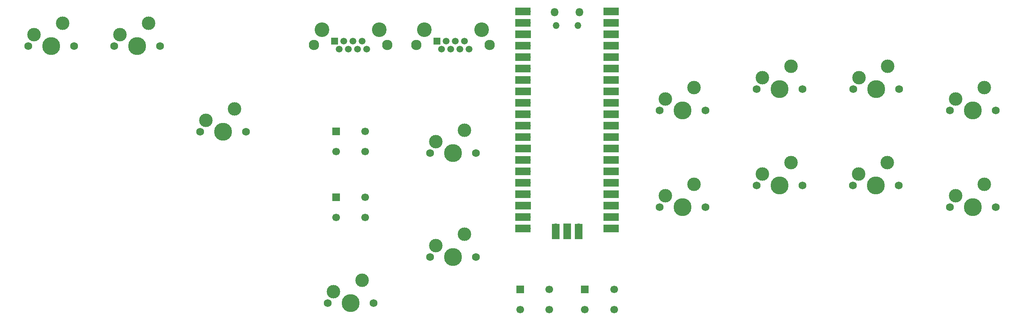
<source format=gts>
%TF.GenerationSoftware,KiCad,Pcbnew,8.0.0*%
%TF.CreationDate,2024-03-11T00:59:23-04:00*%
%TF.ProjectId,my-split,6d792d73-706c-4697-942e-6b696361645f,rev?*%
%TF.SameCoordinates,Original*%
%TF.FileFunction,Soldermask,Top*%
%TF.FilePolarity,Negative*%
%FSLAX46Y46*%
G04 Gerber Fmt 4.6, Leading zero omitted, Abs format (unit mm)*
G04 Created by KiCad (PCBNEW 8.0.0) date 2024-03-11 00:59:23*
%MOMM*%
%LPD*%
G01*
G04 APERTURE LIST*
%ADD10C,1.750000*%
%ADD11C,3.000000*%
%ADD12C,3.987800*%
%ADD13C,2.300000*%
%ADD14C,1.500000*%
%ADD15R,1.500000X1.500000*%
%ADD16C,3.250000*%
%ADD17R,1.700000X1.700000*%
%ADD18C,1.700000*%
%ADD19O,1.800000X1.800000*%
%ADD20O,1.500000X1.500000*%
%ADD21O,1.700000X1.700000*%
%ADD22R,3.500000X1.700000*%
%ADD23R,1.700000X3.500000*%
G04 APERTURE END LIST*
D10*
%TO.C,MX15*%
X178086500Y-109537500D03*
D11*
X179356500Y-106997500D03*
D12*
X183166500Y-109537500D03*
D11*
X185706500Y-104457500D03*
D10*
X188246500Y-109537500D03*
%TD*%
%TO.C,MX3*%
X57158500Y-73732500D03*
D11*
X58428500Y-71192500D03*
D12*
X62238500Y-73732500D03*
D11*
X64778500Y-68652500D03*
D10*
X67318500Y-73732500D03*
%TD*%
%TO.C,MX4*%
X76208500Y-92782500D03*
D11*
X77478500Y-90242500D03*
D12*
X81288500Y-92782500D03*
D11*
X83828500Y-87702500D03*
D10*
X86368500Y-92782500D03*
%TD*%
D13*
%TO.C,J3*%
X117676000Y-73547500D03*
X101416000Y-73547500D03*
D14*
X113098000Y-74437500D03*
X112082000Y-72657500D03*
X111066000Y-74437500D03*
X110050000Y-72657500D03*
X109034000Y-74437500D03*
X108018000Y-72657500D03*
X107002000Y-74437500D03*
D15*
X105986000Y-72657500D03*
D16*
X115896000Y-70117500D03*
X103196000Y-70117500D03*
%TD*%
D10*
%TO.C,MX13*%
X220949000Y-83343750D03*
D11*
X222219000Y-80803750D03*
D12*
X226029000Y-83343750D03*
D11*
X228569000Y-78263750D03*
D10*
X231109000Y-83343750D03*
%TD*%
D17*
%TO.C,TP*%
X106296000Y-107340332D03*
D18*
X112796000Y-107340332D03*
X106296000Y-111840332D03*
X112796000Y-111840332D03*
%TD*%
D17*
%TO.C,R3*%
X161444000Y-127839200D03*
D18*
X167944000Y-127839200D03*
X161444000Y-132339200D03*
X167944000Y-132339200D03*
%TD*%
D10*
%TO.C,MX9*%
X178081234Y-88106250D03*
D11*
X179351234Y-85566250D03*
D12*
X183161234Y-88106250D03*
D11*
X185701234Y-83026250D03*
D10*
X188241234Y-88106250D03*
%TD*%
D16*
%TO.C,J1*%
X125904000Y-70108200D03*
X138604000Y-70108200D03*
D15*
X128694000Y-72648200D03*
D14*
X129710000Y-74428200D03*
X130726000Y-72648200D03*
X131742000Y-74428200D03*
X132758000Y-72648200D03*
X133774000Y-74428200D03*
X134790000Y-72648200D03*
X135806000Y-74428200D03*
D13*
X124124000Y-73538200D03*
X140384000Y-73538200D03*
%TD*%
D10*
%TO.C,MX1*%
X127174000Y-97593700D03*
D11*
X128444000Y-95053700D03*
D12*
X132254000Y-97593700D03*
D11*
X134794000Y-92513700D03*
D10*
X137334000Y-97593700D03*
%TD*%
D17*
%TO.C,PS*%
X106296000Y-92692000D03*
D18*
X112796000Y-92692000D03*
X106296000Y-97192000D03*
X112796000Y-97192000D03*
%TD*%
D10*
%TO.C,MX14*%
X242380250Y-88106250D03*
D11*
X243650250Y-85566250D03*
D12*
X247460250Y-88106250D03*
D11*
X250000250Y-83026250D03*
D10*
X252540250Y-88106250D03*
%TD*%
%TO.C,MX19*%
X104466000Y-130882500D03*
D11*
X105736000Y-128342500D03*
D12*
X109546000Y-130882500D03*
D11*
X112086000Y-125802500D03*
D10*
X114626000Y-130882500D03*
%TD*%
%TO.C,MX10*%
X199517750Y-83343750D03*
D11*
X200787750Y-80803750D03*
D12*
X204597750Y-83343750D03*
D11*
X207137750Y-78263750D03*
D10*
X209677750Y-83343750D03*
%TD*%
%TO.C,MX2*%
X38108500Y-73732500D03*
D11*
X39378500Y-71192500D03*
D12*
X43188500Y-73732500D03*
D11*
X45728500Y-68652500D03*
D10*
X48268500Y-73732500D03*
%TD*%
%TO.C,MX5*%
X127174000Y-120689500D03*
D11*
X128444000Y-118149500D03*
D12*
X132254000Y-120689500D03*
D11*
X134794000Y-115609500D03*
D10*
X137334000Y-120689500D03*
%TD*%
%TO.C,MX17*%
X220929000Y-104775000D03*
D11*
X222199000Y-102235000D03*
D12*
X226009000Y-104775000D03*
D11*
X228549000Y-99695000D03*
D10*
X231089000Y-104775000D03*
%TD*%
%TO.C,MX16*%
X199517750Y-104775000D03*
D11*
X200787750Y-102235000D03*
D12*
X204597750Y-104775000D03*
D11*
X207137750Y-99695000D03*
D10*
X209677750Y-104775000D03*
%TD*%
D19*
%TO.C,U1*%
X154804000Y-66183200D03*
D20*
X155104000Y-69213200D03*
X159954000Y-69213200D03*
D19*
X160254000Y-66183200D03*
D21*
X148639000Y-66053200D03*
D22*
X147739000Y-66053200D03*
D21*
X148639000Y-68593200D03*
D22*
X147739000Y-68593200D03*
D17*
X148639000Y-71133200D03*
D22*
X147739000Y-71133200D03*
D21*
X148639000Y-73673200D03*
D22*
X147739000Y-73673200D03*
D21*
X148639000Y-76213200D03*
D22*
X147739000Y-76213200D03*
D21*
X148639000Y-78753200D03*
D22*
X147739000Y-78753200D03*
D21*
X148639000Y-81293200D03*
D22*
X147739000Y-81293200D03*
D17*
X148639000Y-83833200D03*
D22*
X147739000Y-83833200D03*
D21*
X148639000Y-86373200D03*
D22*
X147739000Y-86373200D03*
D21*
X148639000Y-88913200D03*
D22*
X147739000Y-88913200D03*
D21*
X148639000Y-91453200D03*
D22*
X147739000Y-91453200D03*
D21*
X148639000Y-93993200D03*
D22*
X147739000Y-93993200D03*
D17*
X148639000Y-96533200D03*
D22*
X147739000Y-96533200D03*
D21*
X148639000Y-99073200D03*
D22*
X147739000Y-99073200D03*
D21*
X148639000Y-101613200D03*
D22*
X147739000Y-101613200D03*
D21*
X148639000Y-104153200D03*
D22*
X147739000Y-104153200D03*
D21*
X148639000Y-106693200D03*
D22*
X147739000Y-106693200D03*
D17*
X148639000Y-109233200D03*
D22*
X147739000Y-109233200D03*
D21*
X148639000Y-111773200D03*
D22*
X147739000Y-111773200D03*
D21*
X148639000Y-114313200D03*
D22*
X147739000Y-114313200D03*
D21*
X166419000Y-114313200D03*
D22*
X167319000Y-114313200D03*
D21*
X166419000Y-111773200D03*
D22*
X167319000Y-111773200D03*
D17*
X166419000Y-109233200D03*
D22*
X167319000Y-109233200D03*
D21*
X166419000Y-106693200D03*
D22*
X167319000Y-106693200D03*
D21*
X166419000Y-104153200D03*
D22*
X167319000Y-104153200D03*
D21*
X166419000Y-101613200D03*
D22*
X167319000Y-101613200D03*
D21*
X166419000Y-99073200D03*
D22*
X167319000Y-99073200D03*
D17*
X166419000Y-96533200D03*
D22*
X167319000Y-96533200D03*
D21*
X166419000Y-93993200D03*
D22*
X167319000Y-93993200D03*
D21*
X166419000Y-91453200D03*
D22*
X167319000Y-91453200D03*
D21*
X166419000Y-88913200D03*
D22*
X167319000Y-88913200D03*
D21*
X166419000Y-86373200D03*
D22*
X167319000Y-86373200D03*
D17*
X166419000Y-83833200D03*
D22*
X167319000Y-83833200D03*
D21*
X166419000Y-81293200D03*
D22*
X167319000Y-81293200D03*
D21*
X166419000Y-78753200D03*
D22*
X167319000Y-78753200D03*
D21*
X166419000Y-76213200D03*
D22*
X167319000Y-76213200D03*
D21*
X166419000Y-73673200D03*
D22*
X167319000Y-73673200D03*
D17*
X166419000Y-71133200D03*
D22*
X167319000Y-71133200D03*
D21*
X166419000Y-68593200D03*
D22*
X167319000Y-68593200D03*
D21*
X166419000Y-66053200D03*
D22*
X167319000Y-66053200D03*
D21*
X154989000Y-114083200D03*
D23*
X154989000Y-114983200D03*
D17*
X157529000Y-114083200D03*
D23*
X157529000Y-114983200D03*
D21*
X160069000Y-114083200D03*
D23*
X160069000Y-114983200D03*
%TD*%
D17*
%TO.C,L3*%
X147114000Y-127839200D03*
D18*
X153614000Y-127839200D03*
X147114000Y-132339200D03*
X153614000Y-132339200D03*
%TD*%
D10*
%TO.C,MX18*%
X242380250Y-109537500D03*
D11*
X243650250Y-106997500D03*
D12*
X247460250Y-109537500D03*
D11*
X250000250Y-104457500D03*
D10*
X252540250Y-109537500D03*
%TD*%
M02*

</source>
